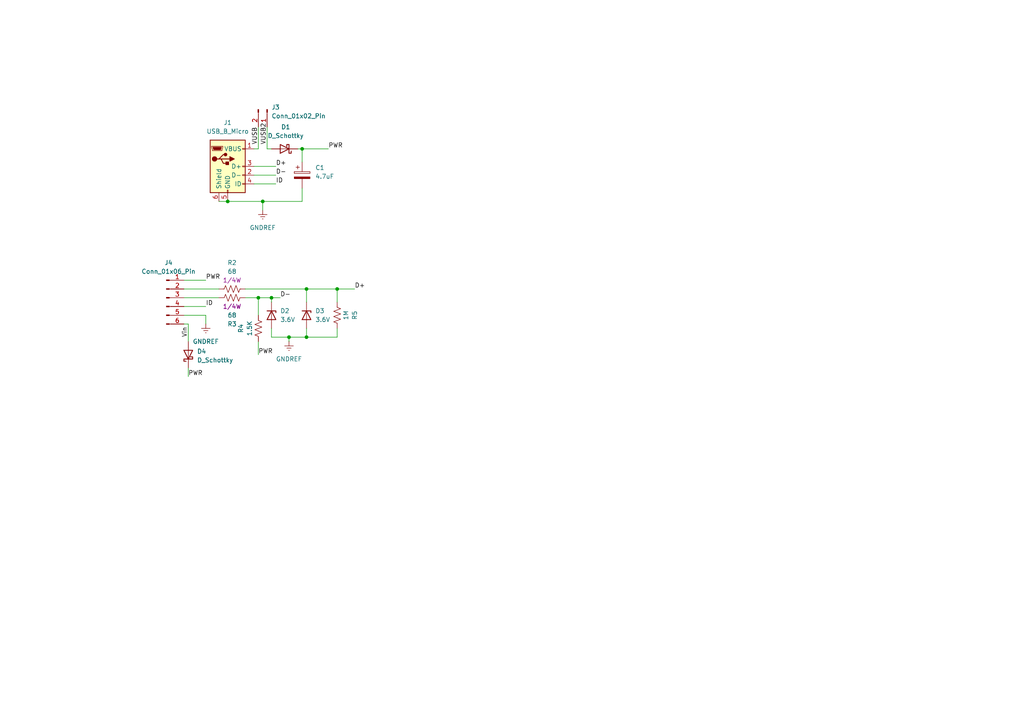
<source format=kicad_sch>
(kicad_sch (version 20231120) (generator "eeschema") (generator_version "8.0")
  (paper "A4")
  (lib_symbols
    (symbol "Connector:Conn_01x02_Pin" (pin_names (offset 1.016) hide)
      (property "Reference" "J" (at 0 2.54 0))
      (property "Value" "Conn_01x02_Pin" (at 0 -5.08 0))
      (symbol "Conn_01x02_Pin_1_1"
        (polyline (pts (xy 1.27 -2.54) (xy 0.8636 -2.54)) (stroke (width 0.1524)))
        (polyline (pts (xy 1.27 0) (xy 0.8636 0)) (stroke (width 0.1524)))
        (rectangle (start 0.8636 -2.413) (end 0 -2.667) (stroke (width 0.1524)) (fill (type outline)))
        (rectangle (start 0.8636 0.127) (end 0 -0.127) (stroke (width 0.1524)) (fill (type outline)))
        (pin passive line (at 5.08 0 180) (length 3.81) (name "Pin_1") (number "1"))
        (pin passive line (at 5.08 -2.54 180) (length 3.81) (name "Pin_2") (number "2"))
      )
    )
    (symbol "Connector:Conn_01x06_Pin" (pin_names (offset 1.016) hide)
      (property "Reference" "J" (at 0 7.62 0))
      (property "Value" "Conn_01x06_Pin" (at 0 -10.16 0))
      (symbol "Conn_01x06_Pin_1_1"
        (polyline (pts (xy 1.27 -7.62) (xy 0.8636 -7.62)) (stroke (width 0.1524)))
        (polyline (pts (xy 1.27 -5.08) (xy 0.8636 -5.08)) (stroke (width 0.1524)))
        (polyline (pts (xy 1.27 -2.54) (xy 0.8636 -2.54)) (stroke (width 0.1524)))
        (polyline (pts (xy 1.27 0) (xy 0.8636 0)) (stroke (width 0.1524)))
        (polyline (pts (xy 1.27 2.54) (xy 0.8636 2.54)) (stroke (width 0.1524)))
        (polyline (pts (xy 1.27 5.08) (xy 0.8636 5.08)) (stroke (width 0.1524)))
        (rectangle (start 0.8636 -7.493) (end 0 -7.747) (stroke (width 0.1524)) (fill (type outline)))
        (rectangle (start 0.8636 -4.953) (end 0 -5.207) (stroke (width 0.1524)) (fill (type outline)))
        (rectangle (start 0.8636 -2.413) (end 0 -2.667) (stroke (width 0.1524)) (fill (type outline)))
        (rectangle (start 0.8636 0.127) (end 0 -0.127) (stroke (width 0.1524)) (fill (type outline)))
        (rectangle (start 0.8636 2.667) (end 0 2.413) (stroke (width 0.1524)) (fill (type outline)))
        (rectangle (start 0.8636 5.207) (end 0 4.953) (stroke (width 0.1524)) (fill (type outline)))
        (pin passive line (at 5.08 5.08 180) (length 3.81) (name "Pin_1") (number "1"))
        (pin passive line (at 5.08 2.54 180) (length 3.81) (name "Pin_2") (number "2"))
        (pin passive line (at 5.08 0 180) (length 3.81) (name "Pin_3") (number "3"))
        (pin passive line (at 5.08 -2.54 180) (length 3.81) (name "Pin_4") (number "4"))
        (pin passive line (at 5.08 -5.08 180) (length 3.81) (name "Pin_5") (number "5"))
        (pin passive line (at 5.08 -7.62 180) (length 3.81) (name "Pin_6") (number "6"))
      )
    )
    (symbol "Connector:USB_B_Micro" (pin_names (offset 1.016))
      (property "Reference" "J" (at -5.08 11.43 0))
      (property "Value" "USB_B_Micro" (at -5.08 8.89 0))
      (symbol "USB_B_Micro_0_1"
        (rectangle (start -5.08 -7.62) (end 5.08 7.62) (stroke (width 0.254)) (fill (type background)))
        (circle (center -3.81 2.159) (radius 0.635) (stroke (width 0.254)) (fill (type outline)))
        (circle (center -0.635 3.429) (radius 0.381) (stroke (width 0.254)) (fill (type outline)))
        (rectangle (start -0.127 -7.62) (end 0.127 -6.858))
        (polyline (pts (xy -1.905 2.159) (xy 0.635 2.159)) (stroke (width 0.254)))
        (polyline (pts (xy -3.175 2.159) (xy -2.54 2.159) (xy -1.27 3.429) (xy -0.635 3.429)) (stroke (width 0.254)))
        (polyline (pts (xy -2.54 2.159) (xy -1.905 2.159) (xy -1.27 0.889) (xy 0 0.889)) (stroke (width 0.254)))
        (polyline (pts (xy 0.635 2.794) (xy 0.635 1.524) (xy 1.905 2.159) (xy 0.635 2.794)) (stroke (width 0.254)) (fill (type outline)))
        (polyline (pts (xy -4.318 5.588) (xy -1.778 5.588) (xy -2.032 4.826) (xy -4.064 4.826) (xy -4.318 5.588)) (fill (type outline)))
        (polyline (pts (xy -4.699 5.842) (xy -4.699 5.588) (xy -4.445 4.826) (xy -4.445 4.572) (xy -1.651 4.572) (xy -1.651 4.826) (xy -1.397 5.588) (xy -1.397 5.842) (xy -4.699 5.842)))
        (rectangle (start 0.254 1.27) (end -0.508 0.508) (stroke (width 0.254)) (fill (type outline)))
        (rectangle (start 5.08 -5.207) (end 4.318 -4.953))
        (rectangle (start 5.08 -2.667) (end 4.318 -2.413))
        (rectangle (start 5.08 -0.127) (end 4.318 0.127))
        (rectangle (start 5.08 4.953) (end 4.318 5.207))
      )
      (symbol "USB_B_Micro_1_1"
        (pin power_out line (at 7.62 5.08 180) (length 2.54) (name "VBUS") (number "1"))
        (pin bidirectional line (at 7.62 -2.54 180) (length 2.54) (name "D-") (number "2"))
        (pin bidirectional line (at 7.62 0 180) (length 2.54) (name "D+") (number "3"))
        (pin passive line (at 7.62 -5.08 180) (length 2.54) (name "ID") (number "4"))
        (pin power_out line (at 0 -10.16 90) (length 2.54) (name "GND") (number "5"))
        (pin passive line (at -2.54 -10.16 90) (length 2.54) (name "Shield") (number "6"))
      )
    )
    (symbol "Device:C_Polarized" (pin_numbers hide) (pin_names (offset 0.254))
      (property "Reference" "C" (at 0.635 2.54 0))
      (property "Value" "C_Polarized" (at 0.635 -2.54 0))
      (symbol "C_Polarized_0_1"
        (rectangle (start -2.286 0.508) (end 2.286 1.016))
        (polyline (pts (xy -1.778 2.286) (xy -0.762 2.286)))
        (polyline (pts (xy -1.27 2.794) (xy -1.27 1.778)))
        (rectangle (start 2.286 -0.508) (end -2.286 -1.016) (fill (type outline)))
      )
      (symbol "C_Polarized_1_1"
        (pin passive line (at 0 3.81 270) (length 2.794) (name "~") (number "1"))
        (pin passive line (at 0 -3.81 90) (length 2.794) (name "~") (number "2"))
      )
    )
    (symbol "Device:D_Schottky" (pin_numbers hide) (pin_names (offset 1.016) hide)
      (property "Reference" "D" (at 0 2.54 0))
      (property "Value" "D_Schottky" (at 0 -2.54 0))
      (symbol "D_Schottky_0_1"
        (polyline (pts (xy 1.27 0) (xy -1.27 0)))
        (polyline (pts (xy 1.27 1.27) (xy 1.27 -1.27) (xy -1.27 0) (xy 1.27 1.27)) (stroke (width 0.254)))
        (polyline (pts (xy -1.905 0.635) (xy -1.905 1.27) (xy -1.27 1.27) (xy -1.27 -1.27) (xy -0.635 -1.27) (xy -0.635 -0.635)) (stroke (width 0.254)))
      )
      (symbol "D_Schottky_1_1"
        (pin passive line (at -3.81 0 0) (length 2.54) (name "K") (number "1"))
        (pin passive line (at 3.81 0 180) (length 2.54) (name "A") (number "2"))
      )
    )
    (symbol "Device:D_Zener" (pin_numbers hide) (pin_names (offset 1.016) hide)
      (property "Reference" "D" (at 0 2.54 0))
      (property "Value" "D_Zener" (at 0 -2.54 0))
      (symbol "D_Zener_0_1"
        (polyline (pts (xy 1.27 0) (xy -1.27 0)))
        (polyline (pts (xy -1.27 -1.27) (xy -1.27 1.27) (xy -0.762 1.27)) (stroke (width 0.254)))
        (polyline (pts (xy 1.27 -1.27) (xy 1.27 1.27) (xy -1.27 0) (xy 1.27 -1.27)) (stroke (width 0.254)))
      )
      (symbol "D_Zener_1_1"
        (pin passive line (at -3.81 0 0) (length 2.54) (name "K") (number "1"))
        (pin passive line (at 3.81 0 180) (length 2.54) (name "A") (number "2"))
      )
    )
    (symbol "Device:R_US" (pin_numbers hide) (pin_names (offset 0))
      (property "Reference" "R" (at 2.54 0 90))
      (property "Value" "R_US" (at -2.54 0 90))
      (symbol "R_US_0_1"
        (polyline (pts (xy 0 -2.286) (xy 0 -2.54)))
        (polyline (pts (xy 0 2.286) (xy 0 2.54)))
        (polyline (pts (xy 0 -0.762) (xy 1.016 -1.143) (xy 0 -1.524) (xy -1.016 -1.905) (xy 0 -2.286)))
        (polyline (pts (xy 0 0.762) (xy 1.016 0.381) (xy 0 0) (xy -1.016 -0.381) (xy 0 -0.762)))
        (polyline (pts (xy 0 2.286) (xy 1.016 1.905) (xy 0 1.524) (xy -1.016 1.143) (xy 0 0.762)))
      )
      (symbol "R_US_1_1"
        (pin passive line (at 0 3.81 270) (length 1.27) (name "~") (number "1"))
        (pin passive line (at 0 -3.81 90) (length 1.27) (name "~") (number "2"))
      )
    )
    (symbol "power:GNDREF" (power) (pin_numbers hide) (pin_names (offset 0) hide)
      (property "Value" "GNDREF" (at 0 -3.81 0))
      (symbol "GNDREF_0_1"
        (polyline (pts (xy -0.635 -1.905) (xy 0.635 -1.905)))
        (polyline (pts (xy -0.127 -2.54) (xy 0.127 -2.54)))
        (polyline (pts (xy 0 -1.27) (xy 0 0)))
        (polyline (pts (xy 1.27 -1.27) (xy -1.27 -1.27)))
      )
      (symbol "GNDREF_1_1"
        (pin power_in line (at 0 0 270) (length 0) (name "~") (number "1"))
      )
    )
  )
  (junction (at 88.9 97.79))
  (junction (at 88.9 83.82))
  (junction (at 87.63 43.18))
  (junction (at 66.04 58.42))
  (junction (at 97.79 83.82))
  (junction (at 83.82 97.79))
  (junction (at 76.2 58.42))
  (junction (at 74.93 86.36))
  (junction (at 78.74 86.36))
  (wire (pts (xy 87.63 54.61) (xy 87.63 58.42)))
  (wire (pts (xy 78.74 97.79) (xy 83.82 97.79)))
  (wire (pts (xy 97.79 97.79) (xy 97.79 95.25)))
  (wire (pts (xy 76.2 58.42) (xy 76.2 60.96)))
  (wire (pts (xy 76.2 58.42) (xy 87.63 58.42)))
  (wire (pts (xy 78.74 86.36) (xy 81.28 86.36)))
  (wire (pts (xy 77.47 36.83) (xy 77.47 43.18)))
  (wire (pts (xy 74.93 43.18) (xy 73.66 43.18)))
  (wire (pts (xy 77.47 43.18) (xy 78.74 43.18)))
  (wire (pts (xy 54.61 106.68) (xy 54.61 109.22)))
  (wire (pts (xy 59.69 91.44) (xy 59.69 93.98)))
  (wire (pts (xy 53.34 81.28) (xy 59.69 81.28)))
  (wire (pts (xy 63.5 58.42) (xy 66.04 58.42)))
  (wire (pts (xy 53.34 88.9) (xy 59.69 88.9)))
  (wire (pts (xy 97.79 83.82) (xy 102.87 83.82)))
  (wire (pts (xy 88.9 83.82) (xy 97.79 83.82)))
  (wire (pts (xy 86.36 43.18) (xy 87.63 43.18)))
  (wire (pts (xy 53.34 93.98) (xy 54.61 93.98)))
  (wire (pts (xy 74.93 36.83) (xy 74.93 43.18)))
  (wire (pts (xy 88.9 97.79) (xy 88.9 95.25)))
  (wire (pts (xy 73.66 50.8) (xy 80.01 50.8)))
  (wire (pts (xy 97.79 83.82) (xy 97.79 87.63)))
  (wire (pts (xy 74.93 86.36) (xy 74.93 91.44)))
  (wire (pts (xy 54.61 93.98) (xy 54.61 99.06)))
  (wire (pts (xy 73.66 53.34) (xy 80.01 53.34)))
  (wire (pts (xy 88.9 97.79) (xy 97.79 97.79)))
  (wire (pts (xy 88.9 83.82) (xy 88.9 87.63)))
  (wire (pts (xy 71.12 83.82) (xy 88.9 83.82)))
  (wire (pts (xy 74.93 86.36) (xy 78.74 86.36)))
  (wire (pts (xy 87.63 43.18) (xy 95.25 43.18)))
  (wire (pts (xy 53.34 91.44) (xy 59.69 91.44)))
  (wire (pts (xy 74.93 99.06) (xy 74.93 102.87)))
  (wire (pts (xy 83.82 97.79) (xy 83.82 99.06)))
  (wire (pts (xy 53.34 83.82) (xy 63.5 83.82)))
  (wire (pts (xy 71.12 86.36) (xy 74.93 86.36)))
  (wire (pts (xy 78.74 86.36) (xy 78.74 87.63)))
  (wire (pts (xy 73.66 48.26) (xy 80.01 48.26)))
  (wire (pts (xy 83.82 97.79) (xy 88.9 97.79)))
  (wire (pts (xy 78.74 95.25) (xy 78.74 97.79)))
  (wire (pts (xy 87.63 43.18) (xy 87.63 46.99)))
  (wire (pts (xy 66.04 58.42) (xy 76.2 58.42)))
  (wire (pts (xy 53.34 86.36) (xy 63.5 86.36)))
  (label "VUSB2" (at 77.47 41.91 90))
  (label "Vin" (at 54.61 97.79 90))
  (label "D+" (at 80.01 48.26 0))
  (label "PWR" (at 59.69 81.28 0))
  (label "VUSB" (at 74.93 41.91 90))
  (label "D-" (at 80.01 50.8 0))
  (label "ID" (at 59.69 88.9 0))
  (label "PWR" (at 95.25 43.18 0))
  (label "D-" (at 81.28 86.36 0))
  (label "ID" (at 80.01 53.34 0))
  (label "PWR" (at 74.93 102.87 0))
  (label "D+" (at 102.87 83.82 0))
  (label "PWR" (at 54.61 109.22 0))
  (symbol (lib_id "power:GNDREF") (at 83.82 99.06 0) (unit 1)
    (property "Reference" "#PWR02" (effects (hide yes)))
    (property "Value" "GNDREF" (at 83.82 104.14 0))
    (property "Description" "Power symbol creates a global label with name \"GNDREF\" , reference supply ground" (effects (hide yes)))
  )
  (symbol (lib_id "power:GNDREF") (at 76.2 60.96 0) (unit 1)
    (property "Reference" "#PWR01" (effects (hide yes)))
    (property "Value" "GNDREF" (at 76.2 66.04 0))
    (property "Description" "Power symbol creates a global label with name \"GNDREF\" , reference supply ground" (effects (hide yes)))
  )
  (symbol (lib_id "Device:D_Schottky") (at 54.61 102.87 90) (unit 1)
    (property "Reference" "D4" (at 57.15 101.9174 90) (effects (justify right)))
    (property "Value" "D_Schottky" (at 57.15 104.4574 90) (effects (justify right)))
    (property "Footprint" "Diode_SMD:D_SOD-123" (effects (hide yes)))
    (property "Description" "Schottky diode" (effects (hide yes)))
  )
  (symbol (lib_id "Device:D_Zener") (at 88.9 91.44 270) (unit 1)
    (property "Reference" "D3" (at 91.44 90.1699 90) (effects (justify left)))
    (property "Value" "3.6V" (at 91.44 92.7099 90) (effects (justify left)))
    (property "Footprint" "Diode_SMD:D_SOD-123" (effects (hide yes)))
    (property "Description" "Zener diode" (effects (hide yes)))
  )
  (symbol (lib_id "Device:C_Polarized") (at 87.63 50.8 0) (unit 1)
    (property "Reference" "C1" (at 91.44 48.6409 0) (effects (justify left)))
    (property "Value" "4.7uF" (at 91.44 51.1809 0) (effects (justify left)))
    (property "Footprint" "Capacitor_THT:CP_Radial_D5.0mm_P2.50mm" (effects (hide yes)))
    (property "Description" "Polarized capacitor" (effects (hide yes)))
  )
  (symbol (lib_id "Connector:USB_B_Micro") (at 66.04 48.26 0) (unit 1)
    (property "Reference" "J1" (at 66.04 35.56 0))
    (property "Value" "USB_B_Micro" (at 66.04 38.1 0))
    (property "Footprint" "Connector_USB:USB_Micro-B_Wuerth_629105150521" (effects (hide yes)))
    (property "Description" "USB Micro Type B connector" (effects (hide yes)))
  )
  (symbol (lib_id "Connector:Conn_01x02_Pin") (at 77.47 31.75 270) (unit 1)
    (property "Reference" "J3" (at 78.74 31.1149 90) (effects (justify left)))
    (property "Value" "Conn_01x02_Pin" (at 78.74 33.6549 90) (effects (justify left)))
    (property "Footprint" "Connector_PinHeader_2.54mm:PinHeader_1x02_P2.54mm_Vertical" (effects (hide yes)))
    (property "Description" "Generic connector, single row, 01x02, script generated" (effects (hide yes)))
  )
  (symbol (lib_id "Device:D_Zener") (at 78.74 91.44 270) (unit 1)
    (property "Reference" "D2" (at 81.28 90.1699 90) (effects (justify left)))
    (property "Value" "3.6V" (at 81.28 92.7099 90) (effects (justify left)))
    (property "Footprint" "Diode_SMD:D_SOD-123" (effects (hide yes)))
    (property "Description" "Zener diode" (effects (hide yes)))
  )
  (symbol (lib_id "Device:D_Schottky") (at 82.55 43.18 180) (unit 1)
    (property "Reference" "D1" (at 82.8675 36.83 0))
    (property "Value" "D_Schottky" (at 82.8675 39.37 0))
    (property "Footprint" "Diode_SMD:D_SOD-123" (effects (hide yes)))
    (property "Description" "Schottky diode" (effects (hide yes)))
  )
  (symbol (lib_id "Device:R_US") (at 67.31 83.82 90) (unit 1)
    (property "Reference" "R2" (at 67.31 76.2 90))
    (property "Value" "68" (at 67.31 78.74 90))
    (property "Footprint" "Resistor_SMD:R_0603_1608Metric_Pad0.98x0.95mm_HandSolder" (effects (hide yes)))
    (property "Description" "Resistor, US symbol" (effects (hide yes)))
    (property "Power" "1/4W" (at 67.31 81.28 90))
  )
  (symbol (lib_id "Device:R_US") (at 74.93 95.25 0) (unit 1)
    (property "Reference" "R4" (at 69.85 95.25 90))
    (property "Value" "1.5K" (at 72.39 95.25 90))
    (property "Footprint" "Resistor_SMD:R_0603_1608Metric_Pad0.98x0.95mm_HandSolder" (effects (hide yes)))
    (property "Description" "Resistor, US symbol" (effects (hide yes)))
  )
  (symbol (lib_id "power:GNDREF") (at 59.69 93.98 0) (unit 1)
    (property "Reference" "#PWR03" (effects (hide yes)))
    (property "Value" "GNDREF" (at 59.69 99.06 0))
    (property "Description" "Power symbol creates a global label with name \"GNDREF\" , reference supply ground" (effects (hide yes)))
  )
  (symbol (lib_id "Device:R_US") (at 97.79 91.44 180) (unit 1)
    (property "Reference" "R5" (at 102.87 91.44 90))
    (property "Value" "1M" (at 100.33 91.44 90))
    (property "Footprint" "Resistor_SMD:R_0603_1608Metric_Pad0.98x0.95mm_HandSolder" (effects (hide yes)))
    (property "Description" "Resistor, US symbol" (effects (hide yes)))
  )
  (symbol (lib_id "Device:R_US") (at 67.31 86.36 90) (unit 1)
    (property "Reference" "R3" (at 67.31 93.98 90))
    (property "Value" "68" (at 67.31 91.44 90))
    (property "Footprint" "Resistor_SMD:R_0603_1608Metric_Pad0.98x0.95mm_HandSolder" (effects (hide yes)))
    (property "Description" "Resistor, US symbol" (effects (hide yes)))
    (property "Power" "1/4W" (at 67.31 88.9 90))
  )
  (symbol (lib_id "Connector:Conn_01x06_Pin") (at 48.26 86.36 0) (unit 1)
    (property "Reference" "J4" (at 48.895 76.2 0))
    (property "Value" "Conn_01x06_Pin" (at 48.895 78.74 0))
    (property "Footprint" "Connector_PinHeader_2.54mm:PinHeader_1x06_P2.54mm_Vertical" (effects (hide yes)))
    (property "Description" "Generic connector, single row, 01x06, script generated" (effects (hide yes)))
  )
)
</source>
